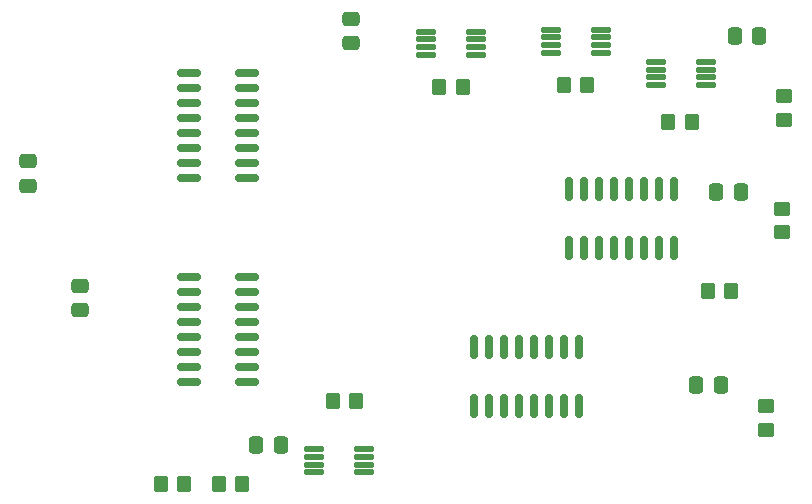
<source format=gbr>
%TF.GenerationSoftware,KiCad,Pcbnew,8.0.8*%
%TF.CreationDate,2025-07-24T20:26:14+03:00*%
%TF.ProjectId,memristor_shield,6d656d72-6973-4746-9f72-5f736869656c,rev?*%
%TF.SameCoordinates,Original*%
%TF.FileFunction,Paste,Bot*%
%TF.FilePolarity,Positive*%
%FSLAX46Y46*%
G04 Gerber Fmt 4.6, Leading zero omitted, Abs format (unit mm)*
G04 Created by KiCad (PCBNEW 8.0.8) date 2025-07-24 20:26:14*
%MOMM*%
%LPD*%
G01*
G04 APERTURE LIST*
G04 Aperture macros list*
%AMRoundRect*
0 Rectangle with rounded corners*
0 $1 Rounding radius*
0 $2 $3 $4 $5 $6 $7 $8 $9 X,Y pos of 4 corners*
0 Add a 4 corners polygon primitive as box body*
4,1,4,$2,$3,$4,$5,$6,$7,$8,$9,$2,$3,0*
0 Add four circle primitives for the rounded corners*
1,1,$1+$1,$2,$3*
1,1,$1+$1,$4,$5*
1,1,$1+$1,$6,$7*
1,1,$1+$1,$8,$9*
0 Add four rect primitives between the rounded corners*
20,1,$1+$1,$2,$3,$4,$5,0*
20,1,$1+$1,$4,$5,$6,$7,0*
20,1,$1+$1,$6,$7,$8,$9,0*
20,1,$1+$1,$8,$9,$2,$3,0*%
G04 Aperture macros list end*
%ADD10RoundRect,0.250000X0.475000X-0.337500X0.475000X0.337500X-0.475000X0.337500X-0.475000X-0.337500X0*%
%ADD11RoundRect,0.250000X0.450000X-0.350000X0.450000X0.350000X-0.450000X0.350000X-0.450000X-0.350000X0*%
%ADD12RoundRect,0.250000X0.350000X0.450000X-0.350000X0.450000X-0.350000X-0.450000X0.350000X-0.450000X0*%
%ADD13RoundRect,0.150000X0.825000X0.150000X-0.825000X0.150000X-0.825000X-0.150000X0.825000X-0.150000X0*%
%ADD14RoundRect,0.250000X0.337500X0.475000X-0.337500X0.475000X-0.337500X-0.475000X0.337500X-0.475000X0*%
%ADD15RoundRect,0.150000X-0.150000X0.825000X-0.150000X-0.825000X0.150000X-0.825000X0.150000X0.825000X0*%
%ADD16RoundRect,0.125000X0.687500X0.125000X-0.687500X0.125000X-0.687500X-0.125000X0.687500X-0.125000X0*%
%ADD17RoundRect,0.125000X-0.687500X-0.125000X0.687500X-0.125000X0.687500X0.125000X-0.687500X0.125000X0*%
%ADD18RoundRect,0.250000X-0.350000X-0.450000X0.350000X-0.450000X0.350000X0.450000X-0.350000X0.450000X0*%
%ADD19RoundRect,0.250000X-0.475000X0.337500X-0.475000X-0.337500X0.475000X-0.337500X0.475000X0.337500X0*%
G04 APERTURE END LIST*
D10*
%TO.C,C11*%
X129360000Y-78297500D03*
X129360000Y-76222500D03*
%TD*%
D11*
%TO.C,R25*%
X188800000Y-71690000D03*
X188800000Y-69690000D03*
%TD*%
D12*
%TO.C,R21*%
X161790000Y-59340000D03*
X159790000Y-59340000D03*
%TD*%
D13*
%TO.C,U12*%
X143530000Y-75430000D03*
X143530000Y-76700000D03*
X143530000Y-77970000D03*
X143530000Y-79240000D03*
X143530000Y-80510000D03*
X143530000Y-81780000D03*
X143530000Y-83050000D03*
X143530000Y-84320000D03*
X138580000Y-84320000D03*
X138580000Y-83050000D03*
X138580000Y-81780000D03*
X138580000Y-80510000D03*
X138580000Y-79240000D03*
X138580000Y-77970000D03*
X138580000Y-76700000D03*
X138580000Y-75430000D03*
%TD*%
D12*
%TO.C,R26*%
X184490000Y-76690000D03*
X182490000Y-76690000D03*
%TD*%
D11*
%TO.C,R27*%
X187410000Y-88420000D03*
X187410000Y-86420000D03*
%TD*%
D14*
%TO.C,C7*%
X185285000Y-68260000D03*
X183210000Y-68260000D03*
%TD*%
%TO.C,C8*%
X183617500Y-84620000D03*
X181542500Y-84620000D03*
%TD*%
D12*
%TO.C,R29*%
X138180000Y-92960000D03*
X136180000Y-92960000D03*
%TD*%
D13*
%TO.C,U13*%
X143520000Y-58190000D03*
X143520000Y-59460000D03*
X143520000Y-60730000D03*
X143520000Y-62000000D03*
X143520000Y-63270000D03*
X143520000Y-64540000D03*
X143520000Y-65810000D03*
X143520000Y-67080000D03*
X138570000Y-67080000D03*
X138570000Y-65810000D03*
X138570000Y-64540000D03*
X138570000Y-63270000D03*
X138570000Y-62000000D03*
X138570000Y-60730000D03*
X138570000Y-59460000D03*
X138570000Y-58190000D03*
%TD*%
D15*
%TO.C,U11*%
X170780000Y-68020000D03*
X172050000Y-68020000D03*
X173320000Y-68020000D03*
X174590000Y-68020000D03*
X175860000Y-68020000D03*
X177130000Y-68020000D03*
X178400000Y-68020000D03*
X179670000Y-68020000D03*
X179670000Y-72970000D03*
X178400000Y-72970000D03*
X177130000Y-72970000D03*
X175860000Y-72970000D03*
X174590000Y-72970000D03*
X173320000Y-72970000D03*
X172050000Y-72970000D03*
X170780000Y-72970000D03*
%TD*%
%TO.C,U10*%
X162710000Y-81400000D03*
X163980000Y-81400000D03*
X165250000Y-81400000D03*
X166520000Y-81400000D03*
X167790000Y-81400000D03*
X169060000Y-81400000D03*
X170330000Y-81400000D03*
X171600000Y-81400000D03*
X171600000Y-86350000D03*
X170330000Y-86350000D03*
X169060000Y-86350000D03*
X167790000Y-86350000D03*
X166520000Y-86350000D03*
X165250000Y-86350000D03*
X163980000Y-86350000D03*
X162710000Y-86350000D03*
%TD*%
D16*
%TO.C,U8*%
X153392500Y-90045000D03*
X153392500Y-90695000D03*
X153392500Y-91345000D03*
X153392500Y-91995000D03*
X149167500Y-91995000D03*
X149167500Y-91345000D03*
X149167500Y-90695000D03*
X149167500Y-90045000D03*
%TD*%
D12*
%TO.C,R22*%
X172320000Y-59180000D03*
X170320000Y-59180000D03*
%TD*%
D14*
%TO.C,C9*%
X146377500Y-89720000D03*
X144302500Y-89720000D03*
%TD*%
%TO.C,C6*%
X186867500Y-55070000D03*
X184792500Y-55070000D03*
%TD*%
D12*
%TO.C,R23*%
X181180000Y-62380000D03*
X179180000Y-62380000D03*
%TD*%
D17*
%TO.C,U3*%
X178157500Y-59215000D03*
X178157500Y-58565000D03*
X178157500Y-57915000D03*
X178157500Y-57265000D03*
X182382500Y-57265000D03*
X182382500Y-57915000D03*
X182382500Y-58565000D03*
X182382500Y-59215000D03*
%TD*%
D18*
%TO.C,R28*%
X150760000Y-85930000D03*
X152760000Y-85930000D03*
%TD*%
D17*
%TO.C,U2*%
X169267500Y-56485000D03*
X169267500Y-55835000D03*
X169267500Y-55185000D03*
X169267500Y-54535000D03*
X173492500Y-54535000D03*
X173492500Y-55185000D03*
X173492500Y-55835000D03*
X173492500Y-56485000D03*
%TD*%
D10*
%TO.C,C14*%
X124950000Y-67737500D03*
X124950000Y-65662500D03*
%TD*%
D12*
%TO.C,R30*%
X143100000Y-92970000D03*
X141100000Y-92970000D03*
%TD*%
D11*
%TO.C,R24*%
X189000000Y-62150000D03*
X189000000Y-60150000D03*
%TD*%
D19*
%TO.C,C5*%
X152280000Y-53622500D03*
X152280000Y-55697500D03*
%TD*%
D17*
%TO.C,U1*%
X158650000Y-56650000D03*
X158650000Y-56000000D03*
X158650000Y-55350000D03*
X158650000Y-54700000D03*
X162875000Y-54700000D03*
X162875000Y-55350000D03*
X162875000Y-56000000D03*
X162875000Y-56650000D03*
%TD*%
M02*

</source>
